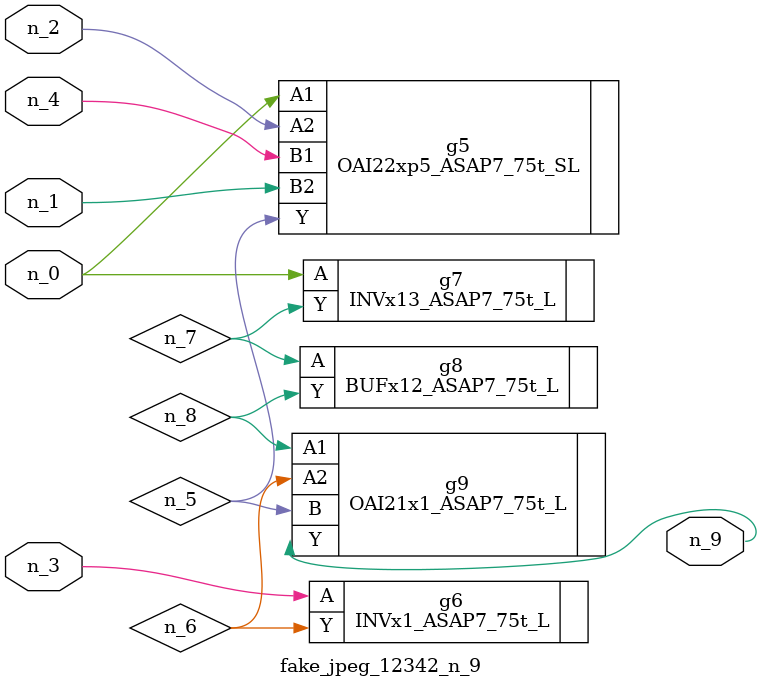
<source format=v>
module fake_jpeg_12342_n_9 (n_3, n_2, n_1, n_0, n_4, n_9);

input n_3;
input n_2;
input n_1;
input n_0;
input n_4;

output n_9;

wire n_8;
wire n_6;
wire n_5;
wire n_7;

OAI22xp5_ASAP7_75t_SL g5 ( 
.A1(n_0),
.A2(n_2),
.B1(n_4),
.B2(n_1),
.Y(n_5)
);

INVx1_ASAP7_75t_L g6 ( 
.A(n_3),
.Y(n_6)
);

INVx13_ASAP7_75t_L g7 ( 
.A(n_0),
.Y(n_7)
);

BUFx12_ASAP7_75t_L g8 ( 
.A(n_7),
.Y(n_8)
);

OAI21x1_ASAP7_75t_L g9 ( 
.A1(n_8),
.A2(n_6),
.B(n_5),
.Y(n_9)
);


endmodule
</source>
